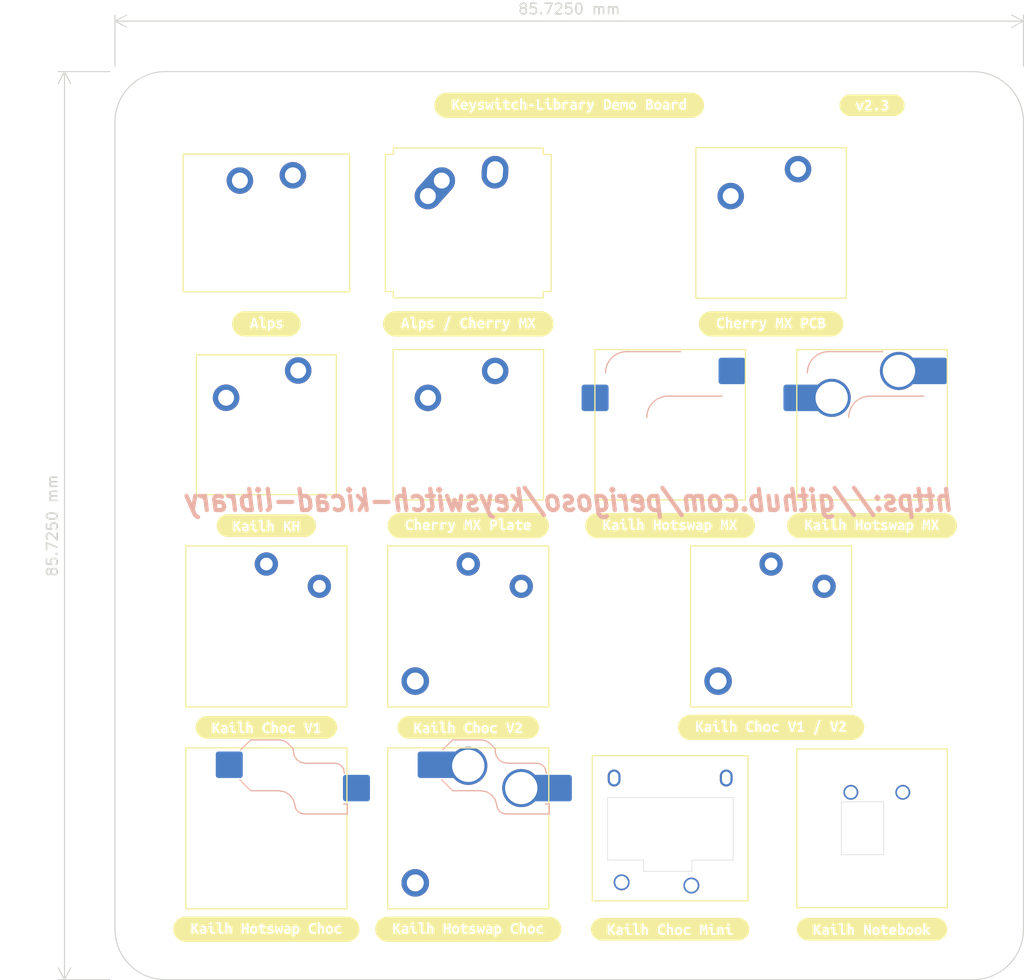
<source format=kicad_pcb>
(kicad_pcb (version 20211014) (generator pcbnew)
  (title_block (title "Keyswitch Library Demo Board") (date "2022-01-06") (rev "r0.1") (company "keyswitch-kicad-library") (comment 2 "This source describes Open Hardware and is licensed under the CC-BY-SA 4.0") (comment 4 "Copyright (c) Rafael Silva <perigoso@riseup.net>"))
  (layers (0 "F.Cu" signal) (31 "B.Cu" signal) (34 "B.Paste" user) (35 "F.Paste" user) (36 "B.SilkS" user "B.Silkscreen") (37 "F.SilkS" user "F.Silkscreen") (38 "B.Mask" user) (39 "F.Mask" user) (44 "Edge.Cuts" user))
  (net 0 "")
  (footprint "Switch_Keyboard_Hotswap_Kailh:SW_Hotswap_Kailh_MX_plated" (layer "F.Cu") (at 114.3 76.2)
    (fp_text reference "REF**" hide)
    (fp_text value "SW_Hotswap_Kailh_MX_plated")
    (pad "" np_thru_hole circle locked (at 0 0) (size 4 4) (drill 4) (layers *.Cu *.Mask))
    (pad "" np_thru_hole circle locked (at -5.08 0) (size 1.75 1.75) (drill 1.75) (layers *.Cu *.Mask))
    (pad "" np_thru_hole circle locked (at 5.08 0) (size 1.75 1.75) (drill 1.75) (layers *.Cu *.Mask))
    (pad "1" thru_hole circle locked (at -3.81 -2.54) (size 3.6 3.6) (drill 3.05) (layers *.Cu "B.Mask"))
    (pad "1" smd roundrect locked (at -6.585 -2.54) (size 3.55 2.5) (layers "B.Cu") (roundrect_rratio 0.1))
    (pad "2" smd roundrect locked (at 5.32 -5.08) (size 3.55 2.5) (layers "B.Cu") (roundrect_rratio 0.1))
    (pad "2" thru_hole circle locked (at 2.54 -5.08) (size 3.6 3.6) (drill 3.05) (layers *.Cu "B.Mask"))
  )
  (footprint "kibuzzard-6232B340" (layer "F.Cu") (at 76.2 123.825)
    (fp_text reference "kibuzzard-6232B340" hide)
    (fp_text value "G***" hide)
  )
  (footprint "Switch_Keyboard_Alps_Matias:SW_Alps_Matias" (layer "F.Cu") (at 57.15 57.15)
    (fp_text reference "REF**" hide)
    (fp_text value "SW_Alps_Matias")
    (pad "1" thru_hole circle locked (at -2.5 -4) (size 2.5 2.5) (drill 1.5) (layers *.Cu "B.Mask"))
    (pad "2" thru_hole circle locked (at 2.5 -4.5) (size 2.5 2.5) (drill 1.5) (layers *.Cu "B.Mask"))
  )
  (footprint "Switch_Keyboard_Cherry_MX:SW_Cherry_MX_Plate" (layer "F.Cu") (at 76.2 76.2)
    (fp_text reference "REF**" hide)
    (fp_text value "SW_Cherry_MX_Plate")
    (pad "" np_thru_hole circle locked (at 0 0) (size 4 4) (drill 4) (layers *.Cu *.Mask))
    (pad "1" thru_hole circle locked (at -3.81 -2.54) (size 2.5 2.5) (drill 1.5) (layers *.Cu "B.Mask"))
    (pad "2" thru_hole circle locked (at 2.54 -5.08) (size 2.5 2.5) (drill 1.5) (layers *.Cu "B.Mask"))
  )
  (footprint "Switch_Keyboard_Hotswap_Kailh:SW_Hotswap_Kailh_MX" (layer "F.Cu") (at 95.25 76.2)
    (fp_text reference "REF**" hide)
    (fp_text value "SW_Hotswap_Kailh_MX")
    (pad "" np_thru_hole circle locked (at 5.08 0) (size 1.75 1.75) (drill 1.75) (layers *.Cu *.Mask))
    (pad "" np_thru_hole circle locked (at -3.81 -2.54) (size 3.05 3.05) (drill 3.05) (layers *.Cu *.Mask))
    (pad "" np_thru_hole circle locked (at -5.08 0) (size 1.75 1.75) (drill 1.75) (layers *.Cu *.Mask))
    (pad "" np_thru_hole circle locked (at 0 0) (size 4 4) (drill 4) (layers *.Cu *.Mask))
    (pad "" np_thru_hole circle locked (at 2.54 -5.08) (size 3.05 3.05) (drill 3.05) (layers *.Cu *.Mask))
    (pad "1" smd roundrect locked (at -7.085 -2.54) (size 2.55 2.5) (layers "B.Cu" "B.Paste" "B.Mask") (roundrect_rratio 0.1))
    (pad "2" smd roundrect locked (at 5.842 -5.08) (size 2.55 2.5) (layers "B.Cu" "B.Paste" "B.Mask") (roundrect_rratio 0.1))
  )
  (footprint "Switch_Keyboard_Kailh:SW_Kailh_Choc_V2" (layer "F.Cu") (at 76.2 95.25)
    (fp_text reference "REF**" hide)
    (fp_text value "SW_Kailh_Choc_V2")
    (pad "" thru_hole circle locked (at -5 5.15) (size 2.6 2.6) (drill 1.6) (layers *.Cu "B.Mask"))
    (pad "" np_thru_hole circle locked (at 0 0) (size 5.05 5.05) (drill 5.05) (layers *.Cu *.Mask))
    (pad "1" thru_hole circle locked (at 0 -5.9) (size 2.2 2.2) (drill 1.2) (layers *.Cu "B.Mask"))
    (pad "2" thru_hole circle locked (at 5 -3.8) (size 2.2 2.2) (drill 1.2) (layers *.Cu "B.Mask"))
  )
  (footprint "Switch_Keyboard_Kailh:SW_Kailh_Choc_V1V2" (layer "F.Cu") (at 104.775 95.25)
    (fp_text reference "REF**" hide)
    (fp_text value "SW_Kailh_Choc_V1V2")
    (pad "" thru_hole circle locked (at -5 5.15) (size 2.6 2.6) (drill 1.6) (layers *.Cu "B.Mask"))
    (pad "" np_thru_hole circle locked (at 0 0) (size 5.05 5.05) (drill 5.05) (layers *.Cu *.Mask))
    (pad "" np_thru_hole circle locked (at -5.5 0) (size 1.9 1.9) (drill 1.9) (layers *.Cu *.Mask))
    (pad "" np_thru_hole circle locked (at 5.5 0) (size 1.9 1.9) (drill 1.9) (layers *.Cu *.Mask))
    (pad "1" thru_hole circle locked (at 0 -5.9) (size 2.2 2.2) (drill 1.2) (layers *.Cu "B.Mask"))
    (pad "2" thru_hole circle locked (at 5 -3.8) (size 2.2 2.2) (drill 1.2) (layers *.Cu "B.Mask"))
  )
  (footprint "kibuzzard-6232B304" (layer "F.Cu") (at 104.775 104.775)
    (fp_text reference "kibuzzard-6232B304" hide)
    (fp_text value "G***" hide)
  )
  (footprint "kibuzzard-6232B2F0" (layer "F.Cu") (at 57.15 104.775)
    (fp_text reference "kibuzzard-6232B2F0" hide)
    (fp_text value "G***" hide)
  )
  (footprint "kibuzzard-6232B2C2" (layer "F.Cu") (at 114.3 85.725)
    (fp_text reference "kibuzzard-6232B2C2" hide)
    (fp_text value "G***" hide)
  )
  (footprint "Switch_Keyboard_Kailh:SW_Kailh_NB" (layer "F.Cu") (at 114.3 114.3)
    (fp_text reference "REF**" hide)
    (fp_text value "SW_Kailh_NB")
    (fp_line (start 1.1 2.5) (end -2.9 2.5) (layer "Edge.Cuts") (width 0.05))
    (fp_line (start -2.9 2.5) (end -2.9 -2.5) (layer "Edge.Cuts") (width 0.05))
    (fp_line (start -2.9 -2.5) (end 1.1 -2.5) (layer "Edge.Cuts") (width 0.05))
    (fp_line (start 1.1 -2.5) (end 1.1 2.5) (layer "Edge.Cuts") (width 0.05))
    (pad "" np_thru_hole circle locked (at 5.5 -5.5) (size 1.3 1.3) (drill 1.3) (layers *.Cu *.Mask))
    (pad "" np_thru_hole circle locked (at -5.5 5.5) (size 1.3 1.3) (drill 1.3) (layers *.Cu *.Mask))
    (pad "1" thru_hole circle locked (at -2 -3.4) (size 1.4 1.4) (drill 1.1) (layers *.Cu "B.Mask"))
    (pad "2" thru_hole circle locked (at 2.9 -3.4) (size 1.4 1.4) (drill 1.1) (layers *.Cu "B.Mask"))
  )
  (footprint "kibuzzard-6232B242" (layer "F.Cu") (at 76.2 66.675)
    (fp_text reference "kibuzzard-6232B242" hide)
    (fp_text value "G***" hide)
  )
  (footprint "kibuzzard-6232B26B" (layer "F.Cu") (at 57.15 85.725)
    (fp_text reference "kibuzzard-6232B26B" hide)
    (fp_text value "G***" hide)
  )
  (footprint "kibuzzard-6232B35C" (layer "F.Cu") (at 114.3 123.825)
    (fp_text reference "kibuzzard-6232B35C" hide)
    (fp_text value "G***" hide)
  )
  (footprint "Switch_Keyboard_Hybrid:SW_Hybrid_Cherry_MX_Alps" (layer "F.Cu") (at 76.2 57.15)
    (fp_text reference "REF**" hide)
    (fp_text value "SW_Hybrid_Cherry_MX_Alps")
    (pad "" np_thru_hole circle locked (at 5.08 0) (size 1.75 1.75) (drill 1.75) (layers *.Cu *.Mask))
    (pad "" np_thru_hole circle locked (at 0 0) (size 4 4) (drill 4) (layers *.Cu *.Mask))
    (pad "" np_thru_hole circle locked (at -5.08 0) (size 1.75 1.75) (drill 1.75) (layers *.Cu *.Mask))
    (pad "1" thru_hole circle locked (at -2.5 -4) (size 2.5 2.5) (drill 1.5) (layers *.Cu "B.Mask"))
    (pad "1" thru_hole oval locked (at -3.81 -2.54 48) (size 4.46156 2.5) (drill 1.5 (offset 0.980778 0)) (layers *.Cu "B.Mask"))
    (pad "2" thru_hole oval locked (at 2.52 -4.79 86) (size 3.081378 2.5) (drill oval 2.08137 1.5) (layers *.Cu "B.Mask"))
  )
  (footprint "kibuzzard-6232B27B" (layer "F.Cu") (at 76.2 85.725)
    (fp_text reference "kibuzzard-6232B27B" hide)
    (fp_text value "G***" hide)
  )
  (footprint "kibuzzard-6232B340" (layer "F.Cu") (at 57.15 123.825)
    (fp_text reference "kibuzzard-6232B340" hide)
    (fp_text value "G***" hide)
  )
  (footprint "Switch_Keyboard_Kailh:SW_Kailh_Choc_V1" (layer "F.Cu") (at 57.15 95.25)
    (fp_text reference "REF**" hide)
    (fp_text value "SW_Kailh_Choc_V1")
    (pad "" np_thru_hole circle locked (at -5.5 0) (size 1.9 1.9) (drill 1.9) (layers *.Cu *.Mask))
    (pad "" np_thru_hole circle locked (at 5.5 0) (size 1.9 1.9) (drill 1.9) (layers *.Cu *.Mask))
    (pad "" np_thru_hole circle locked (at 0 0) (size 3.45 3.45) (drill 3.45) (layers *.Cu *.Mask))
    (pad "1" thru_hole circle locked (at 0 -5.9) (size 2.2 2.2) (drill 1.2) (layers *.Cu "B.Mask"))
    (pad "2" thru_hole circle locked (at 5 -3.8) (size 2.2 2.2) (drill 1.2) (layers *.Cu "B.Mask"))
  )
  (footprint "Switch_Keyboard_Kailh:SW_Kailh_KH" (layer "F.Cu") (at 57.15 76.2)
    (fp_text reference "REF**" hide)
    (fp_text value "SW_Kailh_KH")
    (pad "" np_thru_hole circle locked (at -4.5 0) (size 1.5 1.5) (drill 1.5) (layers *.Cu *.Mask))
    (pad "" np_thru_hole circle locked (at 4.5 0) (size 1.5 1.5) (drill 1.5) (layers *.Cu *.Mask))
    (pad "" np_thru_hole circle locked (at 0 0) (size 4 4) (drill 4) (layers *.Cu *.Mask))
    (pad "1" thru_hole circle locked (at -3.8 -2.55) (size 2.5 2.5) (drill 1.5) (layers *.Cu "B.Mask"))
    (pad "2" thru_hole circle locked (at 3 -5.12) (size 2.5 2.5) (drill 1.5) (layers *.Cu "B.Mask"))
  )
  (footprint "Switch_Keyboard_Kailh:SW_Kailh_Choc_Mini" (layer "F.Cu") (at 95.25 114.3)
    (fp_text reference "REF**" hide)
    (fp_text value "SW_Kailh_Choc_Mini")
    (fp_line (start 2.05 3) (end 5.95 3) (layer "Edge.Cuts") (width 0.05))
    (fp_line (start 2.05 4.05) (end 2.05 3) (layer "Edge.Cuts") (width 0.05))
    (fp_line (start -2.5 4.05) (end 2.05 4.05) (layer "Edge.Cuts") (width 0.05))
    (fp_line (start -5.9 -2.9) (end -5.9 3) (layer "Edge.Cuts") (width 0.05))
    (fp_line (start 5.95 -2.9) (end -5.9 -2.9) (layer "Edge.Cuts") (width 0.05))
    (fp_line (start -5.9 3) (end -2.5 3) (layer "Edge.Cuts") (width 0.05))
    (fp_line (start -2.5 3) (end -2.5 4.05) (layer "Edge.Cuts") (width 0.05))
    (fp_line (start 5.95 3) (end 5.95 -2.9) (layer "Edge.Cuts") (width 0.05))
    (pad "" np_thru_hole oval locked (at -5.29 -4.75) (size 1.2 1.6) (drill oval 0.8 1.2) (layers *.Cu *.Mask))
    (pad "" np_thru_hole oval locked (at 5.29 -4.75) (size 1.2 1.6) (drill oval 0.8 1.2) (layers *.Cu *.Mask))
    (pad "1" thru_hole circle locked (at 2 5.4) (size 1.5 1.5) (drill 1.2) (layers *.Cu "B.Mask"))
    (pad "2" thru_hole circle locked (at -4.58 5.1) (size 1.5 1.5) (drill 1.2) (layers *.Cu "B.Mask"))
  )
  (footprint "kibuzzard-6232B34F" (layer "F.Cu") (at 95.25 123.825)
    (fp_text reference "kibuzzard-6232B34F" hide)
    (fp_text value "G***" hide)
  )
  (footprint "Mounting_Keyboard_Stabilizer:Stabilizer_Cherry_MX_2.00u" (layer "F.Cu") (at 104.775 57.15)
    (fp_text reference "REF**" hide)
    (fp_text value "Stabilizer_Cherry_MX_2.00u")
    (pad "" np_thru_hole circle locked (at 11.938 -6.985) (size 3.048 3.048) (drill 3.048) (layers *.Cu *.Mask))
    (pad "" np_thru_hole circle locked (at -11.938 8.225) (size 3.9878 3.9878) (drill 3.9878) (layers *.Cu *.Mask))
    (pad "" np_thru_hole circle locked (at 11.938 8.225) (size 3.9878 3.9878) (drill 3.9878) (layers *.Cu *.Mask))
    (pad "" np_thru_hole circle locked (at -11.938 -6.985) (size 3.048 3.048) (drill 3.048) (layers *.Cu *.Mask))
  )
  (footprint "kibuzzard-6232B1E1" (layer "F.Cu") (at 85.725 46.0375)
    (fp_text reference "kibuzzard-6232B1E1" hide)
    (fp_text value "G***" hide)
  )
  (footprint "kibuzzard-6232B224" (layer "F.Cu") (at 57.15 66.675)
    (fp_text reference "kibuzzard-6232B224" hide)
    (fp_text value "G***" hide)
  )
  (footprint "kibuzzard-6232B25F" (layer "F.Cu") (at 104.775 66.675)
    (fp_text reference "kibuzzard-6232B25F" hide)
    (fp_text value "G***" hide)
  )
  (footprint "kibuzzard-629185FF" (layer "F.Cu") (at 114.3 46.0375)
    (fp_text reference "kibuzzard-629185FF" hide)
    (fp_text value "G***" hide)
  )
  (footprint "Switch_Keyboard_Hotswap_Kailh:SW_Hotswap_Kailh_Choc_V1V2" (layer "F.Cu") (at 57.15 114.3)
    (fp_text reference "REF**" hide)
    (fp_text value "SW_Hotswap_Kailh_Choc_V1V2")
    (pad "" np_thru_hole circle locked (at -5 5.15) (size 1.6 1.6) (drill 1.6) (layers *.Cu *.Mask))
    (pad "" np_thru_hole circle locked (at 0 0) (size 5.05 5.05) (drill 5.05) (layers *.Cu *.Mask))
    (pad "" np_thru_hole circle locked (at 5.5 0) (size 1.9 1.9) (drill 1.9) (layers *.Cu *.Mask))
    (pad "" np_thru_hole circle locked (at 0 -5.9) (size 3.05 3.05) (drill 3.05) (layers *.Cu *.Mask))
    (pad "" np_thru_hole circle locked (at 5 -3.8) (size 3.05 3.05) (drill 3.05) (layers *.Cu *.Mask))
    (pad "" np_thru_hole circle locked (at -5.5 0) (size 1.9 1.9) (drill 1.9) (layers *.Cu *.Mask))
    (pad "1" smd roundrect locked (at -3.5 -6) (size 2.55 2.5) (layers "B.Cu" "B.Paste" "B.Mask") (roundrect_rratio 0.1))
    (pad "2" smd roundrect locked (at 8.5 -3.8) (size 2.55 2.5) (layers "B.Cu" "B.Paste" "B.Mask") (roundrect_rratio 0.1))
  )
  (footprint "kibuzzard-6232B2FA" (layer "F.Cu") (at 76.2 104.775)
    (fp_text reference "kibuzzard-6232B2FA" hide)
    (fp_text value "G***" hide)
  )
  (footprint "kibuzzard-6232B2C2" (layer "F.Cu") (at 95.25 85.725)
    (fp_text reference "kibuzzard-6232B2C2" hide)
    (fp_text value "G***" hide)
  )
  (footprint "Switch_Keyboard_Cherry_MX:SW_Cherry_MX_PCB" (layer "F.Cu") (at 104.775 57.15)
    (fp_text reference "REF**" hide)
    (fp_text value "SW_Cherry_MX_PCB")
    (pad "" np_thru_hole circle locked (at 0 0) (size 4 4) (drill 4) (layers *.Cu *.Mask))
    (pad "" np_thru_hole circle locked (at -5.08 0) (size 1.75 1.75) (drill 1.75) (layers *.Cu *.Mask))
    (pad "" np_thru_hole circle locked (at 5.08 0) (size 1.75 1.75) (drill 1.75) (layers *.Cu *.Mask))
    (pad "1" thru_hole circle locked (at -3.81 -2.54) (size 2.5 2.5) (drill 1.5) (layers *.Cu "B.Mask"))
    (pad "2" thru_hole circle locked (at 2.54 -5.08) (size 2.5 2.5) (drill 1.5) (layers *.Cu "B.Mask"))
  )
  (footprint "Switch_Keyboard_Hotswap_Kailh:SW_Hotswap_Kailh_Choc_V1V2_Plated" (layer "F.Cu") (at 76.2 114.3)
    (fp_text reference "REF**" hide)
    (fp_text value "SW_Hotswap_Kailh_Choc_V1V2_Plated")
    (pad "" thru_hole circle locked (at -5 5.15) (size 2.6 2.6) (drill 1.6) (layers *.Cu "B.Mask"))
    (pad "" np_thru_hole circle locked (at -5.5 0) (size 1.9 1.9) (drill 1.9) (layers *.Cu *.Mask))
    (pad "" np_thru_hole circle locked (at 5.5 0) (size 1.9 1.9) (drill 1.9) (layers *.Cu *.Mask))
    (pad "" np_thru_hole circle locked (at 0 0) (size 5.05 5.05) (drill 5.05) (layers *.Cu *.Mask))
    (pad "1" thru_hole circle locked (at 0 -5.9) (size 3.6 3.6) (drill 3.05) (layers *.Cu "B.Mask"))
    (pad "1" smd roundrect locked (at -2.85 -6) (size 3.85 2.5) (layers "B.Cu") (roundrect_rratio 0.1))
    (pad "2" thru_hole circle locked (at 5 -3.8) (size 3.6 3.6) (drill 3.05) (layers *.Cu "B.Mask"))
    (pad "2" smd roundrect locked (at 7.85 -3.8) (size 3.85 2.5) (layers "B.Cu") (roundrect_rratio 0.1))
  )
  (gr_arc locked (start 47.625 128.5875) (mid 44.257404 127.192596) (end 42.8625 123.825) (layer "Edge.Cuts") (width 0.1))
  (gr_line locked (start 128.5875 123.825) (end 128.5875 47.625) (layer "Edge.Cuts") (width 0.1))
  (gr_arc locked (start 42.8625 47.625) (mid 44.257404 44.257404) (end 47.625 42.8625) (layer "Edge.Cuts") (width 0.1))
  (gr_line locked (start 42.8625 47.625) (end 42.8625 123.825) (layer "Edge.Cuts") (width 0.1))
  (gr_line locked (start 123.825 42.8625) (end 47.625 42.8625) (layer "Edge.Cuts") (width 0.1))
  (gr_arc locked (start 123.825 42.8625) (mid 127.192596 44.257404) (end 128.5875 47.625) (layer "Edge.Cuts") (width 0.1))
  (gr_arc locked (start 128.5875 123.825) (mid 127.192596 127.192596) (end 123.825 128.5875) (layer "Edge.Cuts") (width 0.1))
  (gr_line locked (start 47.625 128.5875) (end 123.825 128.5875) (layer "Edge.Cuts") (width 0.1))
  (gr_text "https://github.com/perigoso/keyswitch-kicad-library" (at 85.725 83.34375) (layer "B.SilkS") (effects (font (size 2 1.75) (thickness 0.4) italic) (justify mirror)))
  (dimension locked (type aligned) (layer "Edge.Cuts") (pts (xy 42.8625 42.8625) (xy 42.8625 128.5875)) (height 4.7625) (gr_text "85,7250 mm" (at 36.95 85.725 90) (layer "Edge.Cuts") (effects (font (size 1 1) (thickness 0.15)))) (format (units 3) (units_format 1) (precision 4)) (style (thickness 0.1) (arrow_length 1.27) (text_position_mode 0) (extension_height 0.58642) (extension_offset 0.5) keep_text_aligned))
  (dimension locked (type aligned) (layer "Edge.Cuts") (pts (xy 42.8625 42.8625) (xy 128.5875 42.8625)) (height -4.7625) (gr_text "85,7250 mm" (at 85.725 36.95) (layer "Edge.Cuts") (effects (font (size 1 1) (thickness 0.15)))) (format (units 3) (units_format 1) (precision 4)) (style (thickness 0.1) (arrow_length 1.27) (text_position_mode 0) (extension_height 0.58642) (extension_offset 0.5) keep_text_aligned))
)
</source>
